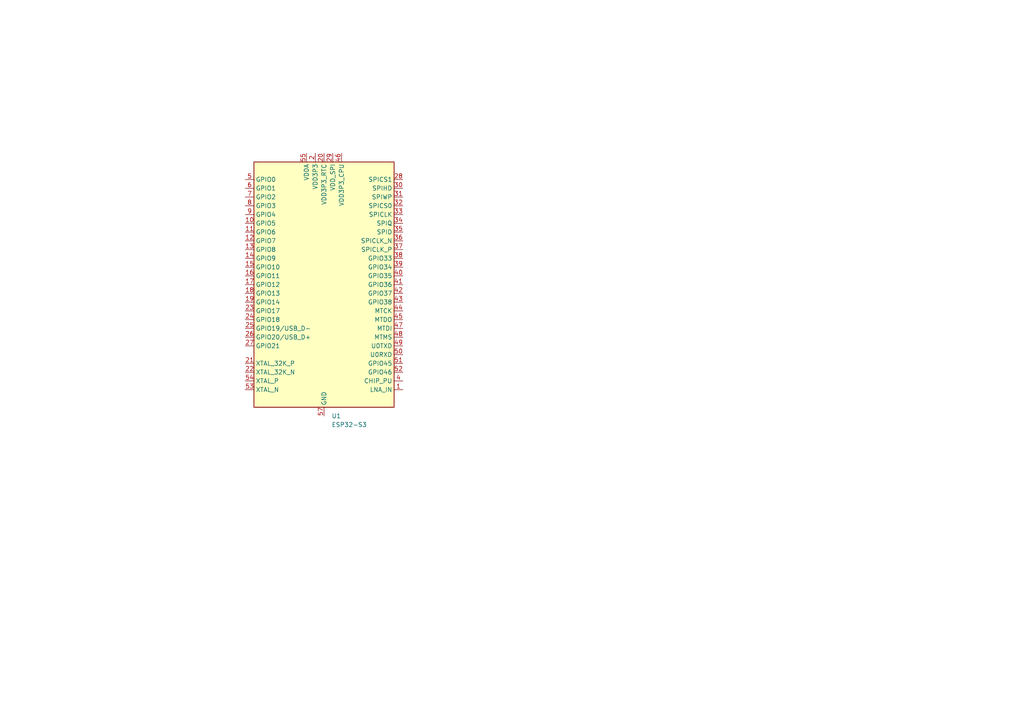
<source format=kicad_sch>
(kicad_sch (version 20250114) (generator "eeschema") (generator_version "9.0")
  (paper "A4")
  (lib_symbols
    (symbol "MCU_Espressif:ESP32-S3"
      (property "Reference" "U" (at 10.16 -38.1 0))
      (property "Value" "ESP32-S3" (at 13.97 -40.64 0))
      (symbol "ESP32-S3_0_1"
        (rectangle (start -20.32 35.56) (end 20.32 -35.56) (stroke (width 0.254)) (fill (type background)))
      )
      (symbol "ESP32-S3_1_0"
        (pin passive line (at -5.08 38.1 270) (length 2.54) (hide yes) (name "VDDA") (number "56"))
        (pin bidirectional line (at 22.86 12.7 180) (length 2.54) (name "SPICLK_N") (number "36"))
        (pin bidirectional line (at 22.86 -10.16 180) (length 2.54) (name "MTDO") (number "45"))
        (pin bidirectional line (at 22.86 -22.86 180) (length 2.54) (name "GPIO45") (number "51"))
      )
      (symbol "ESP32-S3_1_1"
        (pin bidirectional line (at -22.86 30.48 0) (length 2.54) (name "GPIO0") (number "5"))
        (pin bidirectional line (at -22.86 27.94 0) (length 2.54) (name "GPIO1") (number "6"))
        (pin bidirectional line (at -22.86 25.4 0) (length 2.54) (name "GPIO2") (number "7"))
        (pin bidirectional line (at -22.86 22.86 0) (length 2.54) (name "GPIO3") (number "8"))
        (pin bidirectional line (at -22.86 20.32 0) (length 2.54) (name "GPIO4") (number "9"))
        (pin bidirectional line (at -22.86 17.78 0) (length 2.54) (name "GPIO5") (number "10"))
        (pin bidirectional line (at -22.86 15.24 0) (length 2.54) (name "GPIO6") (number "11"))
        (pin bidirectional line (at -22.86 12.7 0) (length 2.54) (name "GPIO7") (number "12"))
        (pin bidirectional line (at -22.86 10.16 0) (length 2.54) (name "GPIO8") (number "13"))
        (pin bidirectional line (at -22.86 7.62 0) (length 2.54) (name "GPIO9") (number "14"))
        (pin bidirectional line (at -22.86 5.08 0) (length 2.54) (name "GPIO10") (number "15"))
        (pin bidirectional line (at -22.86 2.54 0) (length 2.54) (name "GPIO11") (number "16"))
        (pin bidirectional line (at -22.86 0 0) (length 2.54) (name "GPIO12") (number "17"))
        (pin bidirectional line (at -22.86 -2.54 0) (length 2.54) (name "GPIO13") (number "18"))
        (pin bidirectional line (at -22.86 -5.08 0) (length 2.54) (name "GPIO14") (number "19"))
        (pin bidirectional line (at -22.86 -7.62 0) (length 2.54) (name "GPIO17") (number "23"))
        (pin bidirectional line (at -22.86 -10.16 0) (length 2.54) (name "GPIO18") (number "24"))
        (pin bidirectional line (at -22.86 -12.7 0) (length 2.54) (name "GPIO19/USB_D-") (number "25"))
        (pin bidirectional line (at -22.86 -15.24 0) (length 2.54) (name "GPIO20/USB_D+") (number "26"))
        (pin bidirectional line (at -22.86 -17.78 0) (length 2.54) (name "GPIO21") (number "27"))
        (pin passive line (at -22.86 -22.86 0) (length 2.54) (name "XTAL_32K_P") (number "21"))
        (pin passive line (at -22.86 -25.4 0) (length 2.54) (name "XTAL_32K_N") (number "22"))
        (pin input line (at -22.86 -27.94 0) (length 2.54) (name "XTAL_P") (number "54"))
        (pin output line (at -22.86 -30.48 0) (length 2.54) (name "XTAL_N") (number "53"))
        (pin power_in line (at -5.08 38.1 270) (length 2.54) (name "VDDA") (number "55"))
        (pin power_in line (at -2.54 38.1 270) (length 2.54) (name "VDD3P3") (number "2"))
        (pin passive line (at -2.54 38.1 270) (length 2.54) (hide yes) (name "VDD3P3") (number "3"))
        (pin power_in line (at 0 38.1 270) (length 2.54) (name "VDD3P3_RTC") (number "20"))
        (pin power_in line (at 0 -38.1 90) (length 2.54) (name "GND") (number "57"))
        (pin power_in line (at 2.54 38.1 270) (length 2.54) (name "VDD_SPI") (number "29"))
        (pin power_in line (at 5.08 38.1 270) (length 2.54) (name "VDD3P3_CPU") (number "46"))
        (pin bidirectional line (at 22.86 30.48 180) (length 2.54) (name "SPICS1") (number "28"))
        (pin bidirectional line (at 22.86 27.94 180) (length 2.54) (name "SPIHD") (number "30"))
        (pin bidirectional line (at 22.86 25.4 180) (length 2.54) (name "SPIWP") (number "31"))
        (pin bidirectional line (at 22.86 22.86 180) (length 2.54) (name "SPICS0") (number "32"))
        (pin bidirectional line (at 22.86 20.32 180) (length 2.54) (name "SPICLK") (number "33"))
        (pin bidirectional line (at 22.86 17.78 180) (length 2.54) (name "SPIQ") (number "34"))
        (pin bidirectional line (at 22.86 15.24 180) (length 2.54) (name "SPID") (number "35"))
        (pin bidirectional line (at 22.86 10.16 180) (length 2.54) (name "SPICLK_P") (number "37"))
        (pin bidirectional line (at 22.86 7.62 180) (length 2.54) (name "GPIO33") (number "38"))
        (pin bidirectional line (at 22.86 5.08 180) (length 2.54) (name "GPIO34") (number "39"))
        (pin bidirectional line (at 22.86 2.54 180) (length 2.54) (name "GPIO35") (number "40"))
        (pin bidirectional line (at 22.86 0 180) (length 2.54) (name "GPIO36") (number "41"))
        (pin bidirectional line (at 22.86 -2.54 180) (length 2.54) (name "GPIO37") (number "42"))
        (pin bidirectional line (at 22.86 -5.08 180) (length 2.54) (name "GPIO38") (number "43"))
        (pin bidirectional line (at 22.86 -7.62 180) (length 2.54) (name "MTCK") (number "44"))
        (pin bidirectional line (at 22.86 -12.7 180) (length 2.54) (name "MTDI") (number "47"))
        (pin bidirectional line (at 22.86 -15.24 180) (length 2.54) (name "MTMS") (number "48"))
        (pin bidirectional line (at 22.86 -17.78 180) (length 2.54) (name "U0TXD") (number "49"))
        (pin bidirectional line (at 22.86 -20.32 180) (length 2.54) (name "U0RXD") (number "50"))
        (pin bidirectional line (at 22.86 -25.4 180) (length 2.54) (name "GPIO46") (number "52"))
        (pin input line (at 22.86 -27.94 180) (length 2.54) (name "CHIP_PU") (number "4"))
        (pin bidirectional line (at 22.86 -30.48 180) (length 2.54) (name "LNA_IN") (number "1"))
      )
    )
  )
  (symbol (lib_id "MCU_Espressif:ESP32-S3") (at 93.98 82.55 0) (unit 1)
    (property "Reference" "U1" (at 96.1741 120.65 0) (effects (justify left)))
    (property "Value" "ESP32-S3" (at 96.1741 123.19 0) (effects (justify left)))
    (property "Footprint" "Package_DFN_QFN:QFN-56-1EP_7x7mm_P0.4mm_EP4x4mm" (effects (hide yes)))
    (property "Datasheet" "https://www.espressif.com/sites/default/files/documentation/esp32-s3_datasheet_en.pdf" (effects (hide yes)))
    (property "Description" "Microcontroller, Wi-Fi 802.11b/g/n, Bluetooth, 32bit" (effects (hide yes)))
  )
)
</source>
